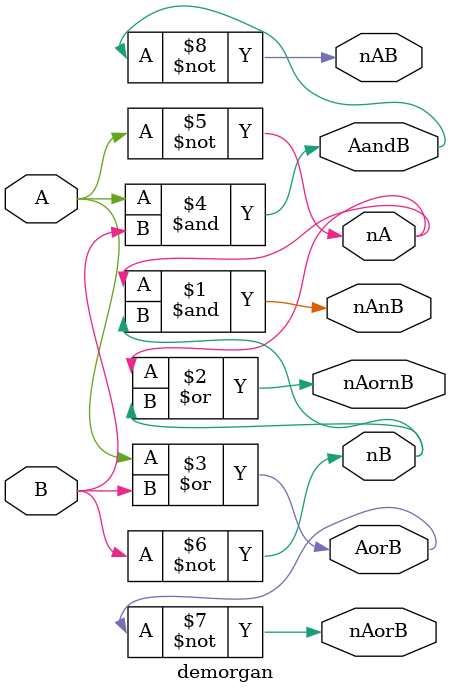
<source format=v>
module demorgan (input A, B, output nA, nB, AandB, AorB, nAB, nAornB, nAorB, nAnB);

wire nA;
wire nB;
not Ainv(nA, A);
not Binv(nB, B);
and andgate(nAnB, nA, nB);
or orgate(nAornB, nA, nB);
or suborgate(AorB, A, B);
and subandgate(AandB, A, B);
not orinv(nAorB, AorB);
not andinv(nAB, AandB);

endmodule

</source>
